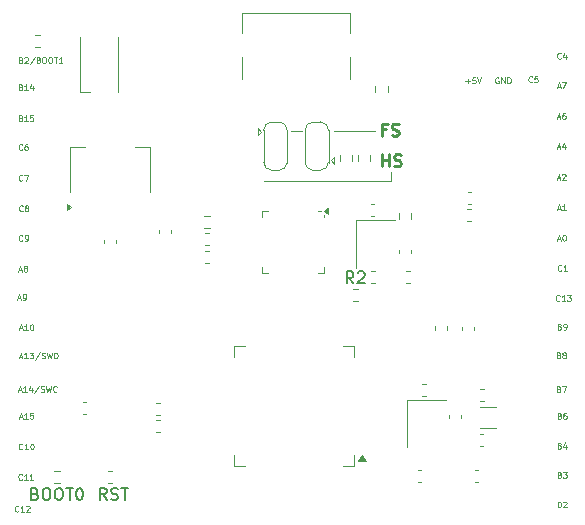
<source format=gbr>
%TF.GenerationSoftware,KiCad,Pcbnew,8.99.0-2608-ga0707285a1*%
%TF.CreationDate,2024-10-09T18:54:20+07:00*%
%TF.ProjectId,dev_Board_8khz,6465765f-426f-4617-9264-5f386b687a2e,rev?*%
%TF.SameCoordinates,Original*%
%TF.FileFunction,Legend,Top*%
%TF.FilePolarity,Positive*%
%FSLAX46Y46*%
G04 Gerber Fmt 4.6, Leading zero omitted, Abs format (unit mm)*
G04 Created by KiCad (PCBNEW 8.99.0-2608-ga0707285a1) date 2024-10-09 18:54:20*
%MOMM*%
%LPD*%
G01*
G04 APERTURE LIST*
%ADD10C,0.100000*%
%ADD11C,0.125000*%
%ADD12C,0.250000*%
%ADD13C,0.150000*%
%ADD14C,0.120000*%
G04 APERTURE END LIST*
D10*
X174800000Y-72450000D02*
X164025000Y-72450000D01*
X167225000Y-68200000D02*
X166300000Y-68200000D01*
X169925000Y-68200000D02*
X173450000Y-68200000D01*
X174800000Y-71700000D02*
X174800000Y-72450000D01*
D11*
X188877474Y-77364452D02*
X189115569Y-77364452D01*
X188829855Y-77507309D02*
X188996521Y-77007309D01*
X188996521Y-77007309D02*
X189163188Y-77507309D01*
X189425092Y-77007309D02*
X189472711Y-77007309D01*
X189472711Y-77007309D02*
X189520330Y-77031119D01*
X189520330Y-77031119D02*
X189544140Y-77054928D01*
X189544140Y-77054928D02*
X189567949Y-77102547D01*
X189567949Y-77102547D02*
X189591759Y-77197785D01*
X189591759Y-77197785D02*
X189591759Y-77316833D01*
X189591759Y-77316833D02*
X189567949Y-77412071D01*
X189567949Y-77412071D02*
X189544140Y-77459690D01*
X189544140Y-77459690D02*
X189520330Y-77483500D01*
X189520330Y-77483500D02*
X189472711Y-77507309D01*
X189472711Y-77507309D02*
X189425092Y-77507309D01*
X189425092Y-77507309D02*
X189377473Y-77483500D01*
X189377473Y-77483500D02*
X189353664Y-77459690D01*
X189353664Y-77459690D02*
X189329854Y-77412071D01*
X189329854Y-77412071D02*
X189306045Y-77316833D01*
X189306045Y-77316833D02*
X189306045Y-77197785D01*
X189306045Y-77197785D02*
X189329854Y-77102547D01*
X189329854Y-77102547D02*
X189353664Y-77054928D01*
X189353664Y-77054928D02*
X189377473Y-77031119D01*
X189377473Y-77031119D02*
X189425092Y-77007309D01*
X188852474Y-72214452D02*
X189090569Y-72214452D01*
X188804855Y-72357309D02*
X188971521Y-71857309D01*
X188971521Y-71857309D02*
X189138188Y-72357309D01*
X189281045Y-71904928D02*
X189304854Y-71881119D01*
X189304854Y-71881119D02*
X189352473Y-71857309D01*
X189352473Y-71857309D02*
X189471521Y-71857309D01*
X189471521Y-71857309D02*
X189519140Y-71881119D01*
X189519140Y-71881119D02*
X189542949Y-71904928D01*
X189542949Y-71904928D02*
X189566759Y-71952547D01*
X189566759Y-71952547D02*
X189566759Y-72000166D01*
X189566759Y-72000166D02*
X189542949Y-72071595D01*
X189542949Y-72071595D02*
X189257235Y-72357309D01*
X189257235Y-72357309D02*
X189566759Y-72357309D01*
X143561997Y-69784690D02*
X143538188Y-69808500D01*
X143538188Y-69808500D02*
X143466759Y-69832309D01*
X143466759Y-69832309D02*
X143419140Y-69832309D01*
X143419140Y-69832309D02*
X143347712Y-69808500D01*
X143347712Y-69808500D02*
X143300093Y-69760880D01*
X143300093Y-69760880D02*
X143276283Y-69713261D01*
X143276283Y-69713261D02*
X143252474Y-69618023D01*
X143252474Y-69618023D02*
X143252474Y-69546595D01*
X143252474Y-69546595D02*
X143276283Y-69451357D01*
X143276283Y-69451357D02*
X143300093Y-69403738D01*
X143300093Y-69403738D02*
X143347712Y-69356119D01*
X143347712Y-69356119D02*
X143419140Y-69332309D01*
X143419140Y-69332309D02*
X143466759Y-69332309D01*
X143466759Y-69332309D02*
X143538188Y-69356119D01*
X143538188Y-69356119D02*
X143561997Y-69379928D01*
X143990569Y-69332309D02*
X143895331Y-69332309D01*
X143895331Y-69332309D02*
X143847712Y-69356119D01*
X143847712Y-69356119D02*
X143823902Y-69379928D01*
X143823902Y-69379928D02*
X143776283Y-69451357D01*
X143776283Y-69451357D02*
X143752474Y-69546595D01*
X143752474Y-69546595D02*
X143752474Y-69737071D01*
X143752474Y-69737071D02*
X143776283Y-69784690D01*
X143776283Y-69784690D02*
X143800093Y-69808500D01*
X143800093Y-69808500D02*
X143847712Y-69832309D01*
X143847712Y-69832309D02*
X143942950Y-69832309D01*
X143942950Y-69832309D02*
X143990569Y-69808500D01*
X143990569Y-69808500D02*
X144014378Y-69784690D01*
X144014378Y-69784690D02*
X144038188Y-69737071D01*
X144038188Y-69737071D02*
X144038188Y-69618023D01*
X144038188Y-69618023D02*
X144014378Y-69570404D01*
X144014378Y-69570404D02*
X143990569Y-69546595D01*
X143990569Y-69546595D02*
X143942950Y-69522785D01*
X143942950Y-69522785D02*
X143847712Y-69522785D01*
X143847712Y-69522785D02*
X143800093Y-69546595D01*
X143800093Y-69546595D02*
X143776283Y-69570404D01*
X143776283Y-69570404D02*
X143752474Y-69618023D01*
D12*
X174385901Y-68090809D02*
X174052568Y-68090809D01*
X174052568Y-68614619D02*
X174052568Y-67614619D01*
X174052568Y-67614619D02*
X174528758Y-67614619D01*
X174862092Y-68567000D02*
X175004949Y-68614619D01*
X175004949Y-68614619D02*
X175243044Y-68614619D01*
X175243044Y-68614619D02*
X175338282Y-68567000D01*
X175338282Y-68567000D02*
X175385901Y-68519380D01*
X175385901Y-68519380D02*
X175433520Y-68424142D01*
X175433520Y-68424142D02*
X175433520Y-68328904D01*
X175433520Y-68328904D02*
X175385901Y-68233666D01*
X175385901Y-68233666D02*
X175338282Y-68186047D01*
X175338282Y-68186047D02*
X175243044Y-68138428D01*
X175243044Y-68138428D02*
X175052568Y-68090809D01*
X175052568Y-68090809D02*
X174957330Y-68043190D01*
X174957330Y-68043190D02*
X174909711Y-67995571D01*
X174909711Y-67995571D02*
X174862092Y-67900333D01*
X174862092Y-67900333D02*
X174862092Y-67805095D01*
X174862092Y-67805095D02*
X174909711Y-67709857D01*
X174909711Y-67709857D02*
X174957330Y-67662238D01*
X174957330Y-67662238D02*
X175052568Y-67614619D01*
X175052568Y-67614619D02*
X175290663Y-67614619D01*
X175290663Y-67614619D02*
X175433520Y-67662238D01*
D11*
X188877474Y-74789452D02*
X189115569Y-74789452D01*
X188829855Y-74932309D02*
X188996521Y-74432309D01*
X188996521Y-74432309D02*
X189163188Y-74932309D01*
X189591759Y-74932309D02*
X189306045Y-74932309D01*
X189448902Y-74932309D02*
X189448902Y-74432309D01*
X189448902Y-74432309D02*
X189401283Y-74503738D01*
X189401283Y-74503738D02*
X189353664Y-74551357D01*
X189353664Y-74551357D02*
X189306045Y-74575166D01*
X143536997Y-97709690D02*
X143513188Y-97733500D01*
X143513188Y-97733500D02*
X143441759Y-97757309D01*
X143441759Y-97757309D02*
X143394140Y-97757309D01*
X143394140Y-97757309D02*
X143322712Y-97733500D01*
X143322712Y-97733500D02*
X143275093Y-97685880D01*
X143275093Y-97685880D02*
X143251283Y-97638261D01*
X143251283Y-97638261D02*
X143227474Y-97543023D01*
X143227474Y-97543023D02*
X143227474Y-97471595D01*
X143227474Y-97471595D02*
X143251283Y-97376357D01*
X143251283Y-97376357D02*
X143275093Y-97328738D01*
X143275093Y-97328738D02*
X143322712Y-97281119D01*
X143322712Y-97281119D02*
X143394140Y-97257309D01*
X143394140Y-97257309D02*
X143441759Y-97257309D01*
X143441759Y-97257309D02*
X143513188Y-97281119D01*
X143513188Y-97281119D02*
X143536997Y-97304928D01*
X144013188Y-97757309D02*
X143727474Y-97757309D01*
X143870331Y-97757309D02*
X143870331Y-97257309D01*
X143870331Y-97257309D02*
X143822712Y-97328738D01*
X143822712Y-97328738D02*
X143775093Y-97376357D01*
X143775093Y-97376357D02*
X143727474Y-97400166D01*
X144489378Y-97757309D02*
X144203664Y-97757309D01*
X144346521Y-97757309D02*
X144346521Y-97257309D01*
X144346521Y-97257309D02*
X144298902Y-97328738D01*
X144298902Y-97328738D02*
X144251283Y-97376357D01*
X144251283Y-97376357D02*
X144203664Y-97400166D01*
X186736997Y-64034690D02*
X186713188Y-64058500D01*
X186713188Y-64058500D02*
X186641759Y-64082309D01*
X186641759Y-64082309D02*
X186594140Y-64082309D01*
X186594140Y-64082309D02*
X186522712Y-64058500D01*
X186522712Y-64058500D02*
X186475093Y-64010880D01*
X186475093Y-64010880D02*
X186451283Y-63963261D01*
X186451283Y-63963261D02*
X186427474Y-63868023D01*
X186427474Y-63868023D02*
X186427474Y-63796595D01*
X186427474Y-63796595D02*
X186451283Y-63701357D01*
X186451283Y-63701357D02*
X186475093Y-63653738D01*
X186475093Y-63653738D02*
X186522712Y-63606119D01*
X186522712Y-63606119D02*
X186594140Y-63582309D01*
X186594140Y-63582309D02*
X186641759Y-63582309D01*
X186641759Y-63582309D02*
X186713188Y-63606119D01*
X186713188Y-63606119D02*
X186736997Y-63629928D01*
X187189378Y-63582309D02*
X186951283Y-63582309D01*
X186951283Y-63582309D02*
X186927474Y-63820404D01*
X186927474Y-63820404D02*
X186951283Y-63796595D01*
X186951283Y-63796595D02*
X186998902Y-63772785D01*
X186998902Y-63772785D02*
X187117950Y-63772785D01*
X187117950Y-63772785D02*
X187165569Y-63796595D01*
X187165569Y-63796595D02*
X187189378Y-63820404D01*
X187189378Y-63820404D02*
X187213188Y-63868023D01*
X187213188Y-63868023D02*
X187213188Y-63987071D01*
X187213188Y-63987071D02*
X187189378Y-64034690D01*
X187189378Y-64034690D02*
X187165569Y-64058500D01*
X187165569Y-64058500D02*
X187117950Y-64082309D01*
X187117950Y-64082309D02*
X186998902Y-64082309D01*
X186998902Y-64082309D02*
X186951283Y-64058500D01*
X186951283Y-64058500D02*
X186927474Y-64034690D01*
X189057950Y-92335404D02*
X189129378Y-92359214D01*
X189129378Y-92359214D02*
X189153188Y-92383023D01*
X189153188Y-92383023D02*
X189176997Y-92430642D01*
X189176997Y-92430642D02*
X189176997Y-92502071D01*
X189176997Y-92502071D02*
X189153188Y-92549690D01*
X189153188Y-92549690D02*
X189129378Y-92573500D01*
X189129378Y-92573500D02*
X189081759Y-92597309D01*
X189081759Y-92597309D02*
X188891283Y-92597309D01*
X188891283Y-92597309D02*
X188891283Y-92097309D01*
X188891283Y-92097309D02*
X189057950Y-92097309D01*
X189057950Y-92097309D02*
X189105569Y-92121119D01*
X189105569Y-92121119D02*
X189129378Y-92144928D01*
X189129378Y-92144928D02*
X189153188Y-92192547D01*
X189153188Y-92192547D02*
X189153188Y-92240166D01*
X189153188Y-92240166D02*
X189129378Y-92287785D01*
X189129378Y-92287785D02*
X189105569Y-92311595D01*
X189105569Y-92311595D02*
X189057950Y-92335404D01*
X189057950Y-92335404D02*
X188891283Y-92335404D01*
X189605569Y-92097309D02*
X189510331Y-92097309D01*
X189510331Y-92097309D02*
X189462712Y-92121119D01*
X189462712Y-92121119D02*
X189438902Y-92144928D01*
X189438902Y-92144928D02*
X189391283Y-92216357D01*
X189391283Y-92216357D02*
X189367474Y-92311595D01*
X189367474Y-92311595D02*
X189367474Y-92502071D01*
X189367474Y-92502071D02*
X189391283Y-92549690D01*
X189391283Y-92549690D02*
X189415093Y-92573500D01*
X189415093Y-92573500D02*
X189462712Y-92597309D01*
X189462712Y-92597309D02*
X189557950Y-92597309D01*
X189557950Y-92597309D02*
X189605569Y-92573500D01*
X189605569Y-92573500D02*
X189629378Y-92549690D01*
X189629378Y-92549690D02*
X189653188Y-92502071D01*
X189653188Y-92502071D02*
X189653188Y-92383023D01*
X189653188Y-92383023D02*
X189629378Y-92335404D01*
X189629378Y-92335404D02*
X189605569Y-92311595D01*
X189605569Y-92311595D02*
X189557950Y-92287785D01*
X189557950Y-92287785D02*
X189462712Y-92287785D01*
X189462712Y-92287785D02*
X189415093Y-92311595D01*
X189415093Y-92311595D02*
X189391283Y-92335404D01*
X189391283Y-92335404D02*
X189367474Y-92383023D01*
X143277474Y-79989452D02*
X143515569Y-79989452D01*
X143229855Y-80132309D02*
X143396521Y-79632309D01*
X143396521Y-79632309D02*
X143563188Y-80132309D01*
X143801283Y-79846595D02*
X143753664Y-79822785D01*
X143753664Y-79822785D02*
X143729854Y-79798976D01*
X143729854Y-79798976D02*
X143706045Y-79751357D01*
X143706045Y-79751357D02*
X143706045Y-79727547D01*
X143706045Y-79727547D02*
X143729854Y-79679928D01*
X143729854Y-79679928D02*
X143753664Y-79656119D01*
X143753664Y-79656119D02*
X143801283Y-79632309D01*
X143801283Y-79632309D02*
X143896521Y-79632309D01*
X143896521Y-79632309D02*
X143944140Y-79656119D01*
X143944140Y-79656119D02*
X143967949Y-79679928D01*
X143967949Y-79679928D02*
X143991759Y-79727547D01*
X143991759Y-79727547D02*
X143991759Y-79751357D01*
X143991759Y-79751357D02*
X143967949Y-79798976D01*
X143967949Y-79798976D02*
X143944140Y-79822785D01*
X143944140Y-79822785D02*
X143896521Y-79846595D01*
X143896521Y-79846595D02*
X143801283Y-79846595D01*
X143801283Y-79846595D02*
X143753664Y-79870404D01*
X143753664Y-79870404D02*
X143729854Y-79894214D01*
X143729854Y-79894214D02*
X143706045Y-79941833D01*
X143706045Y-79941833D02*
X143706045Y-80037071D01*
X143706045Y-80037071D02*
X143729854Y-80084690D01*
X143729854Y-80084690D02*
X143753664Y-80108500D01*
X143753664Y-80108500D02*
X143801283Y-80132309D01*
X143801283Y-80132309D02*
X143896521Y-80132309D01*
X143896521Y-80132309D02*
X143944140Y-80108500D01*
X143944140Y-80108500D02*
X143967949Y-80084690D01*
X143967949Y-80084690D02*
X143991759Y-80037071D01*
X143991759Y-80037071D02*
X143991759Y-79941833D01*
X143991759Y-79941833D02*
X143967949Y-79894214D01*
X143967949Y-79894214D02*
X143944140Y-79870404D01*
X143944140Y-79870404D02*
X143896521Y-79846595D01*
D12*
X174052568Y-71189619D02*
X174052568Y-70189619D01*
X174052568Y-70665809D02*
X174623996Y-70665809D01*
X174623996Y-71189619D02*
X174623996Y-70189619D01*
X175052568Y-71142000D02*
X175195425Y-71189619D01*
X175195425Y-71189619D02*
X175433520Y-71189619D01*
X175433520Y-71189619D02*
X175528758Y-71142000D01*
X175528758Y-71142000D02*
X175576377Y-71094380D01*
X175576377Y-71094380D02*
X175623996Y-70999142D01*
X175623996Y-70999142D02*
X175623996Y-70903904D01*
X175623996Y-70903904D02*
X175576377Y-70808666D01*
X175576377Y-70808666D02*
X175528758Y-70761047D01*
X175528758Y-70761047D02*
X175433520Y-70713428D01*
X175433520Y-70713428D02*
X175243044Y-70665809D01*
X175243044Y-70665809D02*
X175147806Y-70618190D01*
X175147806Y-70618190D02*
X175100187Y-70570571D01*
X175100187Y-70570571D02*
X175052568Y-70475333D01*
X175052568Y-70475333D02*
X175052568Y-70380095D01*
X175052568Y-70380095D02*
X175100187Y-70284857D01*
X175100187Y-70284857D02*
X175147806Y-70237238D01*
X175147806Y-70237238D02*
X175243044Y-70189619D01*
X175243044Y-70189619D02*
X175481139Y-70189619D01*
X175481139Y-70189619D02*
X175623996Y-70237238D01*
D11*
X188867474Y-64469452D02*
X189105569Y-64469452D01*
X188819855Y-64612309D02*
X188986521Y-64112309D01*
X188986521Y-64112309D02*
X189153188Y-64612309D01*
X189272235Y-64112309D02*
X189605568Y-64112309D01*
X189605568Y-64112309D02*
X189391283Y-64612309D01*
X188901283Y-100097309D02*
X188901283Y-99597309D01*
X188901283Y-99597309D02*
X189020331Y-99597309D01*
X189020331Y-99597309D02*
X189091759Y-99621119D01*
X189091759Y-99621119D02*
X189139378Y-99668738D01*
X189139378Y-99668738D02*
X189163188Y-99716357D01*
X189163188Y-99716357D02*
X189186997Y-99811595D01*
X189186997Y-99811595D02*
X189186997Y-99883023D01*
X189186997Y-99883023D02*
X189163188Y-99978261D01*
X189163188Y-99978261D02*
X189139378Y-100025880D01*
X189139378Y-100025880D02*
X189091759Y-100073500D01*
X189091759Y-100073500D02*
X189020331Y-100097309D01*
X189020331Y-100097309D02*
X188901283Y-100097309D01*
X189377474Y-99644928D02*
X189401283Y-99621119D01*
X189401283Y-99621119D02*
X189448902Y-99597309D01*
X189448902Y-99597309D02*
X189567950Y-99597309D01*
X189567950Y-99597309D02*
X189615569Y-99621119D01*
X189615569Y-99621119D02*
X189639378Y-99644928D01*
X189639378Y-99644928D02*
X189663188Y-99692547D01*
X189663188Y-99692547D02*
X189663188Y-99740166D01*
X189663188Y-99740166D02*
X189639378Y-99811595D01*
X189639378Y-99811595D02*
X189353664Y-100097309D01*
X189353664Y-100097309D02*
X189663188Y-100097309D01*
X188992950Y-90070404D02*
X189064378Y-90094214D01*
X189064378Y-90094214D02*
X189088188Y-90118023D01*
X189088188Y-90118023D02*
X189111997Y-90165642D01*
X189111997Y-90165642D02*
X189111997Y-90237071D01*
X189111997Y-90237071D02*
X189088188Y-90284690D01*
X189088188Y-90284690D02*
X189064378Y-90308500D01*
X189064378Y-90308500D02*
X189016759Y-90332309D01*
X189016759Y-90332309D02*
X188826283Y-90332309D01*
X188826283Y-90332309D02*
X188826283Y-89832309D01*
X188826283Y-89832309D02*
X188992950Y-89832309D01*
X188992950Y-89832309D02*
X189040569Y-89856119D01*
X189040569Y-89856119D02*
X189064378Y-89879928D01*
X189064378Y-89879928D02*
X189088188Y-89927547D01*
X189088188Y-89927547D02*
X189088188Y-89975166D01*
X189088188Y-89975166D02*
X189064378Y-90022785D01*
X189064378Y-90022785D02*
X189040569Y-90046595D01*
X189040569Y-90046595D02*
X188992950Y-90070404D01*
X188992950Y-90070404D02*
X188826283Y-90070404D01*
X189278664Y-89832309D02*
X189611997Y-89832309D01*
X189611997Y-89832309D02*
X189397712Y-90332309D01*
X188992950Y-87195404D02*
X189064378Y-87219214D01*
X189064378Y-87219214D02*
X189088188Y-87243023D01*
X189088188Y-87243023D02*
X189111997Y-87290642D01*
X189111997Y-87290642D02*
X189111997Y-87362071D01*
X189111997Y-87362071D02*
X189088188Y-87409690D01*
X189088188Y-87409690D02*
X189064378Y-87433500D01*
X189064378Y-87433500D02*
X189016759Y-87457309D01*
X189016759Y-87457309D02*
X188826283Y-87457309D01*
X188826283Y-87457309D02*
X188826283Y-86957309D01*
X188826283Y-86957309D02*
X188992950Y-86957309D01*
X188992950Y-86957309D02*
X189040569Y-86981119D01*
X189040569Y-86981119D02*
X189064378Y-87004928D01*
X189064378Y-87004928D02*
X189088188Y-87052547D01*
X189088188Y-87052547D02*
X189088188Y-87100166D01*
X189088188Y-87100166D02*
X189064378Y-87147785D01*
X189064378Y-87147785D02*
X189040569Y-87171595D01*
X189040569Y-87171595D02*
X188992950Y-87195404D01*
X188992950Y-87195404D02*
X188826283Y-87195404D01*
X189397712Y-87171595D02*
X189350093Y-87147785D01*
X189350093Y-87147785D02*
X189326283Y-87123976D01*
X189326283Y-87123976D02*
X189302474Y-87076357D01*
X189302474Y-87076357D02*
X189302474Y-87052547D01*
X189302474Y-87052547D02*
X189326283Y-87004928D01*
X189326283Y-87004928D02*
X189350093Y-86981119D01*
X189350093Y-86981119D02*
X189397712Y-86957309D01*
X189397712Y-86957309D02*
X189492950Y-86957309D01*
X189492950Y-86957309D02*
X189540569Y-86981119D01*
X189540569Y-86981119D02*
X189564378Y-87004928D01*
X189564378Y-87004928D02*
X189588188Y-87052547D01*
X189588188Y-87052547D02*
X189588188Y-87076357D01*
X189588188Y-87076357D02*
X189564378Y-87123976D01*
X189564378Y-87123976D02*
X189540569Y-87147785D01*
X189540569Y-87147785D02*
X189492950Y-87171595D01*
X189492950Y-87171595D02*
X189397712Y-87171595D01*
X189397712Y-87171595D02*
X189350093Y-87195404D01*
X189350093Y-87195404D02*
X189326283Y-87219214D01*
X189326283Y-87219214D02*
X189302474Y-87266833D01*
X189302474Y-87266833D02*
X189302474Y-87362071D01*
X189302474Y-87362071D02*
X189326283Y-87409690D01*
X189326283Y-87409690D02*
X189350093Y-87433500D01*
X189350093Y-87433500D02*
X189397712Y-87457309D01*
X189397712Y-87457309D02*
X189492950Y-87457309D01*
X189492950Y-87457309D02*
X189540569Y-87433500D01*
X189540569Y-87433500D02*
X189564378Y-87409690D01*
X189564378Y-87409690D02*
X189588188Y-87362071D01*
X189588188Y-87362071D02*
X189588188Y-87266833D01*
X189588188Y-87266833D02*
X189564378Y-87219214D01*
X189564378Y-87219214D02*
X189540569Y-87195404D01*
X189540569Y-87195404D02*
X189492950Y-87171595D01*
X143586997Y-77484690D02*
X143563188Y-77508500D01*
X143563188Y-77508500D02*
X143491759Y-77532309D01*
X143491759Y-77532309D02*
X143444140Y-77532309D01*
X143444140Y-77532309D02*
X143372712Y-77508500D01*
X143372712Y-77508500D02*
X143325093Y-77460880D01*
X143325093Y-77460880D02*
X143301283Y-77413261D01*
X143301283Y-77413261D02*
X143277474Y-77318023D01*
X143277474Y-77318023D02*
X143277474Y-77246595D01*
X143277474Y-77246595D02*
X143301283Y-77151357D01*
X143301283Y-77151357D02*
X143325093Y-77103738D01*
X143325093Y-77103738D02*
X143372712Y-77056119D01*
X143372712Y-77056119D02*
X143444140Y-77032309D01*
X143444140Y-77032309D02*
X143491759Y-77032309D01*
X143491759Y-77032309D02*
X143563188Y-77056119D01*
X143563188Y-77056119D02*
X143586997Y-77079928D01*
X143825093Y-77532309D02*
X143920331Y-77532309D01*
X143920331Y-77532309D02*
X143967950Y-77508500D01*
X143967950Y-77508500D02*
X143991759Y-77484690D01*
X143991759Y-77484690D02*
X144039378Y-77413261D01*
X144039378Y-77413261D02*
X144063188Y-77318023D01*
X144063188Y-77318023D02*
X144063188Y-77127547D01*
X144063188Y-77127547D02*
X144039378Y-77079928D01*
X144039378Y-77079928D02*
X144015569Y-77056119D01*
X144015569Y-77056119D02*
X143967950Y-77032309D01*
X143967950Y-77032309D02*
X143872712Y-77032309D01*
X143872712Y-77032309D02*
X143825093Y-77056119D01*
X143825093Y-77056119D02*
X143801283Y-77079928D01*
X143801283Y-77079928D02*
X143777474Y-77127547D01*
X143777474Y-77127547D02*
X143777474Y-77246595D01*
X143777474Y-77246595D02*
X143801283Y-77294214D01*
X143801283Y-77294214D02*
X143825093Y-77318023D01*
X143825093Y-77318023D02*
X143872712Y-77341833D01*
X143872712Y-77341833D02*
X143967950Y-77341833D01*
X143967950Y-77341833D02*
X144015569Y-77318023D01*
X144015569Y-77318023D02*
X144039378Y-77294214D01*
X144039378Y-77294214D02*
X144063188Y-77246595D01*
X143327474Y-92439452D02*
X143565569Y-92439452D01*
X143279855Y-92582309D02*
X143446521Y-92082309D01*
X143446521Y-92082309D02*
X143613188Y-92582309D01*
X144041759Y-92582309D02*
X143756045Y-92582309D01*
X143898902Y-92582309D02*
X143898902Y-92082309D01*
X143898902Y-92082309D02*
X143851283Y-92153738D01*
X143851283Y-92153738D02*
X143803664Y-92201357D01*
X143803664Y-92201357D02*
X143756045Y-92225166D01*
X144494139Y-92082309D02*
X144256044Y-92082309D01*
X144256044Y-92082309D02*
X144232235Y-92320404D01*
X144232235Y-92320404D02*
X144256044Y-92296595D01*
X144256044Y-92296595D02*
X144303663Y-92272785D01*
X144303663Y-92272785D02*
X144422711Y-92272785D01*
X144422711Y-92272785D02*
X144470330Y-92296595D01*
X144470330Y-92296595D02*
X144494139Y-92320404D01*
X144494139Y-92320404D02*
X144517949Y-92368023D01*
X144517949Y-92368023D02*
X144517949Y-92487071D01*
X144517949Y-92487071D02*
X144494139Y-92534690D01*
X144494139Y-92534690D02*
X144470330Y-92558500D01*
X144470330Y-92558500D02*
X144422711Y-92582309D01*
X144422711Y-92582309D02*
X144303663Y-92582309D01*
X144303663Y-92582309D02*
X144256044Y-92558500D01*
X144256044Y-92558500D02*
X144232235Y-92534690D01*
X143302474Y-87339452D02*
X143540569Y-87339452D01*
X143254855Y-87482309D02*
X143421521Y-86982309D01*
X143421521Y-86982309D02*
X143588188Y-87482309D01*
X144016759Y-87482309D02*
X143731045Y-87482309D01*
X143873902Y-87482309D02*
X143873902Y-86982309D01*
X143873902Y-86982309D02*
X143826283Y-87053738D01*
X143826283Y-87053738D02*
X143778664Y-87101357D01*
X143778664Y-87101357D02*
X143731045Y-87125166D01*
X144183425Y-86982309D02*
X144492949Y-86982309D01*
X144492949Y-86982309D02*
X144326282Y-87172785D01*
X144326282Y-87172785D02*
X144397711Y-87172785D01*
X144397711Y-87172785D02*
X144445330Y-87196595D01*
X144445330Y-87196595D02*
X144469139Y-87220404D01*
X144469139Y-87220404D02*
X144492949Y-87268023D01*
X144492949Y-87268023D02*
X144492949Y-87387071D01*
X144492949Y-87387071D02*
X144469139Y-87434690D01*
X144469139Y-87434690D02*
X144445330Y-87458500D01*
X144445330Y-87458500D02*
X144397711Y-87482309D01*
X144397711Y-87482309D02*
X144254854Y-87482309D01*
X144254854Y-87482309D02*
X144207235Y-87458500D01*
X144207235Y-87458500D02*
X144183425Y-87434690D01*
X145064377Y-86958500D02*
X144635806Y-87601357D01*
X145207235Y-87458500D02*
X145278663Y-87482309D01*
X145278663Y-87482309D02*
X145397711Y-87482309D01*
X145397711Y-87482309D02*
X145445330Y-87458500D01*
X145445330Y-87458500D02*
X145469139Y-87434690D01*
X145469139Y-87434690D02*
X145492949Y-87387071D01*
X145492949Y-87387071D02*
X145492949Y-87339452D01*
X145492949Y-87339452D02*
X145469139Y-87291833D01*
X145469139Y-87291833D02*
X145445330Y-87268023D01*
X145445330Y-87268023D02*
X145397711Y-87244214D01*
X145397711Y-87244214D02*
X145302473Y-87220404D01*
X145302473Y-87220404D02*
X145254854Y-87196595D01*
X145254854Y-87196595D02*
X145231044Y-87172785D01*
X145231044Y-87172785D02*
X145207235Y-87125166D01*
X145207235Y-87125166D02*
X145207235Y-87077547D01*
X145207235Y-87077547D02*
X145231044Y-87029928D01*
X145231044Y-87029928D02*
X145254854Y-87006119D01*
X145254854Y-87006119D02*
X145302473Y-86982309D01*
X145302473Y-86982309D02*
X145421520Y-86982309D01*
X145421520Y-86982309D02*
X145492949Y-87006119D01*
X145659615Y-86982309D02*
X145778663Y-87482309D01*
X145778663Y-87482309D02*
X145873901Y-87125166D01*
X145873901Y-87125166D02*
X145969139Y-87482309D01*
X145969139Y-87482309D02*
X146088187Y-86982309D01*
X146278663Y-87482309D02*
X146278663Y-86982309D01*
X146278663Y-86982309D02*
X146397711Y-86982309D01*
X146397711Y-86982309D02*
X146469139Y-87006119D01*
X146469139Y-87006119D02*
X146516758Y-87053738D01*
X146516758Y-87053738D02*
X146540568Y-87101357D01*
X146540568Y-87101357D02*
X146564377Y-87196595D01*
X146564377Y-87196595D02*
X146564377Y-87268023D01*
X146564377Y-87268023D02*
X146540568Y-87363261D01*
X146540568Y-87363261D02*
X146516758Y-87410880D01*
X146516758Y-87410880D02*
X146469139Y-87458500D01*
X146469139Y-87458500D02*
X146397711Y-87482309D01*
X146397711Y-87482309D02*
X146278663Y-87482309D01*
X189067950Y-84770404D02*
X189139378Y-84794214D01*
X189139378Y-84794214D02*
X189163188Y-84818023D01*
X189163188Y-84818023D02*
X189186997Y-84865642D01*
X189186997Y-84865642D02*
X189186997Y-84937071D01*
X189186997Y-84937071D02*
X189163188Y-84984690D01*
X189163188Y-84984690D02*
X189139378Y-85008500D01*
X189139378Y-85008500D02*
X189091759Y-85032309D01*
X189091759Y-85032309D02*
X188901283Y-85032309D01*
X188901283Y-85032309D02*
X188901283Y-84532309D01*
X188901283Y-84532309D02*
X189067950Y-84532309D01*
X189067950Y-84532309D02*
X189115569Y-84556119D01*
X189115569Y-84556119D02*
X189139378Y-84579928D01*
X189139378Y-84579928D02*
X189163188Y-84627547D01*
X189163188Y-84627547D02*
X189163188Y-84675166D01*
X189163188Y-84675166D02*
X189139378Y-84722785D01*
X189139378Y-84722785D02*
X189115569Y-84746595D01*
X189115569Y-84746595D02*
X189067950Y-84770404D01*
X189067950Y-84770404D02*
X188901283Y-84770404D01*
X189425093Y-85032309D02*
X189520331Y-85032309D01*
X189520331Y-85032309D02*
X189567950Y-85008500D01*
X189567950Y-85008500D02*
X189591759Y-84984690D01*
X189591759Y-84984690D02*
X189639378Y-84913261D01*
X189639378Y-84913261D02*
X189663188Y-84818023D01*
X189663188Y-84818023D02*
X189663188Y-84627547D01*
X189663188Y-84627547D02*
X189639378Y-84579928D01*
X189639378Y-84579928D02*
X189615569Y-84556119D01*
X189615569Y-84556119D02*
X189567950Y-84532309D01*
X189567950Y-84532309D02*
X189472712Y-84532309D01*
X189472712Y-84532309D02*
X189425093Y-84556119D01*
X189425093Y-84556119D02*
X189401283Y-84579928D01*
X189401283Y-84579928D02*
X189377474Y-84627547D01*
X189377474Y-84627547D02*
X189377474Y-84746595D01*
X189377474Y-84746595D02*
X189401283Y-84794214D01*
X189401283Y-84794214D02*
X189425093Y-84818023D01*
X189425093Y-84818023D02*
X189472712Y-84841833D01*
X189472712Y-84841833D02*
X189567950Y-84841833D01*
X189567950Y-84841833D02*
X189615569Y-84818023D01*
X189615569Y-84818023D02*
X189639378Y-84794214D01*
X189639378Y-84794214D02*
X189663188Y-84746595D01*
X143327474Y-84939452D02*
X143565569Y-84939452D01*
X143279855Y-85082309D02*
X143446521Y-84582309D01*
X143446521Y-84582309D02*
X143613188Y-85082309D01*
X144041759Y-85082309D02*
X143756045Y-85082309D01*
X143898902Y-85082309D02*
X143898902Y-84582309D01*
X143898902Y-84582309D02*
X143851283Y-84653738D01*
X143851283Y-84653738D02*
X143803664Y-84701357D01*
X143803664Y-84701357D02*
X143756045Y-84725166D01*
X144351282Y-84582309D02*
X144398901Y-84582309D01*
X144398901Y-84582309D02*
X144446520Y-84606119D01*
X144446520Y-84606119D02*
X144470330Y-84629928D01*
X144470330Y-84629928D02*
X144494139Y-84677547D01*
X144494139Y-84677547D02*
X144517949Y-84772785D01*
X144517949Y-84772785D02*
X144517949Y-84891833D01*
X144517949Y-84891833D02*
X144494139Y-84987071D01*
X144494139Y-84987071D02*
X144470330Y-85034690D01*
X144470330Y-85034690D02*
X144446520Y-85058500D01*
X144446520Y-85058500D02*
X144398901Y-85082309D01*
X144398901Y-85082309D02*
X144351282Y-85082309D01*
X144351282Y-85082309D02*
X144303663Y-85058500D01*
X144303663Y-85058500D02*
X144279854Y-85034690D01*
X144279854Y-85034690D02*
X144256044Y-84987071D01*
X144256044Y-84987071D02*
X144232235Y-84891833D01*
X144232235Y-84891833D02*
X144232235Y-84772785D01*
X144232235Y-84772785D02*
X144256044Y-84677547D01*
X144256044Y-84677547D02*
X144279854Y-84629928D01*
X144279854Y-84629928D02*
X144303663Y-84606119D01*
X144303663Y-84606119D02*
X144351282Y-84582309D01*
X189211997Y-80009690D02*
X189188188Y-80033500D01*
X189188188Y-80033500D02*
X189116759Y-80057309D01*
X189116759Y-80057309D02*
X189069140Y-80057309D01*
X189069140Y-80057309D02*
X188997712Y-80033500D01*
X188997712Y-80033500D02*
X188950093Y-79985880D01*
X188950093Y-79985880D02*
X188926283Y-79938261D01*
X188926283Y-79938261D02*
X188902474Y-79843023D01*
X188902474Y-79843023D02*
X188902474Y-79771595D01*
X188902474Y-79771595D02*
X188926283Y-79676357D01*
X188926283Y-79676357D02*
X188950093Y-79628738D01*
X188950093Y-79628738D02*
X188997712Y-79581119D01*
X188997712Y-79581119D02*
X189069140Y-79557309D01*
X189069140Y-79557309D02*
X189116759Y-79557309D01*
X189116759Y-79557309D02*
X189188188Y-79581119D01*
X189188188Y-79581119D02*
X189211997Y-79604928D01*
X189688188Y-80057309D02*
X189402474Y-80057309D01*
X189545331Y-80057309D02*
X189545331Y-79557309D01*
X189545331Y-79557309D02*
X189497712Y-79628738D01*
X189497712Y-79628738D02*
X189450093Y-79676357D01*
X189450093Y-79676357D02*
X189402474Y-79700166D01*
X143236997Y-100409690D02*
X143213188Y-100433500D01*
X143213188Y-100433500D02*
X143141759Y-100457309D01*
X143141759Y-100457309D02*
X143094140Y-100457309D01*
X143094140Y-100457309D02*
X143022712Y-100433500D01*
X143022712Y-100433500D02*
X142975093Y-100385880D01*
X142975093Y-100385880D02*
X142951283Y-100338261D01*
X142951283Y-100338261D02*
X142927474Y-100243023D01*
X142927474Y-100243023D02*
X142927474Y-100171595D01*
X142927474Y-100171595D02*
X142951283Y-100076357D01*
X142951283Y-100076357D02*
X142975093Y-100028738D01*
X142975093Y-100028738D02*
X143022712Y-99981119D01*
X143022712Y-99981119D02*
X143094140Y-99957309D01*
X143094140Y-99957309D02*
X143141759Y-99957309D01*
X143141759Y-99957309D02*
X143213188Y-99981119D01*
X143213188Y-99981119D02*
X143236997Y-100004928D01*
X143713188Y-100457309D02*
X143427474Y-100457309D01*
X143570331Y-100457309D02*
X143570331Y-99957309D01*
X143570331Y-99957309D02*
X143522712Y-100028738D01*
X143522712Y-100028738D02*
X143475093Y-100076357D01*
X143475093Y-100076357D02*
X143427474Y-100100166D01*
X143903664Y-100004928D02*
X143927473Y-99981119D01*
X143927473Y-99981119D02*
X143975092Y-99957309D01*
X143975092Y-99957309D02*
X144094140Y-99957309D01*
X144094140Y-99957309D02*
X144141759Y-99981119D01*
X144141759Y-99981119D02*
X144165568Y-100004928D01*
X144165568Y-100004928D02*
X144189378Y-100052547D01*
X144189378Y-100052547D02*
X144189378Y-100100166D01*
X144189378Y-100100166D02*
X144165568Y-100171595D01*
X144165568Y-100171595D02*
X143879854Y-100457309D01*
X143879854Y-100457309D02*
X144189378Y-100457309D01*
X143177474Y-82389452D02*
X143415569Y-82389452D01*
X143129855Y-82532309D02*
X143296521Y-82032309D01*
X143296521Y-82032309D02*
X143463188Y-82532309D01*
X143653664Y-82532309D02*
X143748902Y-82532309D01*
X143748902Y-82532309D02*
X143796521Y-82508500D01*
X143796521Y-82508500D02*
X143820330Y-82484690D01*
X143820330Y-82484690D02*
X143867949Y-82413261D01*
X143867949Y-82413261D02*
X143891759Y-82318023D01*
X143891759Y-82318023D02*
X143891759Y-82127547D01*
X143891759Y-82127547D02*
X143867949Y-82079928D01*
X143867949Y-82079928D02*
X143844140Y-82056119D01*
X143844140Y-82056119D02*
X143796521Y-82032309D01*
X143796521Y-82032309D02*
X143701283Y-82032309D01*
X143701283Y-82032309D02*
X143653664Y-82056119D01*
X143653664Y-82056119D02*
X143629854Y-82079928D01*
X143629854Y-82079928D02*
X143606045Y-82127547D01*
X143606045Y-82127547D02*
X143606045Y-82246595D01*
X143606045Y-82246595D02*
X143629854Y-82294214D01*
X143629854Y-82294214D02*
X143653664Y-82318023D01*
X143653664Y-82318023D02*
X143701283Y-82341833D01*
X143701283Y-82341833D02*
X143796521Y-82341833D01*
X143796521Y-82341833D02*
X143844140Y-82318023D01*
X143844140Y-82318023D02*
X143867949Y-82294214D01*
X143867949Y-82294214D02*
X143891759Y-82246595D01*
X188852474Y-67064452D02*
X189090569Y-67064452D01*
X188804855Y-67207309D02*
X188971521Y-66707309D01*
X188971521Y-66707309D02*
X189138188Y-67207309D01*
X189519140Y-66707309D02*
X189423902Y-66707309D01*
X189423902Y-66707309D02*
X189376283Y-66731119D01*
X189376283Y-66731119D02*
X189352473Y-66754928D01*
X189352473Y-66754928D02*
X189304854Y-66826357D01*
X189304854Y-66826357D02*
X189281045Y-66921595D01*
X189281045Y-66921595D02*
X189281045Y-67112071D01*
X189281045Y-67112071D02*
X189304854Y-67159690D01*
X189304854Y-67159690D02*
X189328664Y-67183500D01*
X189328664Y-67183500D02*
X189376283Y-67207309D01*
X189376283Y-67207309D02*
X189471521Y-67207309D01*
X189471521Y-67207309D02*
X189519140Y-67183500D01*
X189519140Y-67183500D02*
X189542949Y-67159690D01*
X189542949Y-67159690D02*
X189566759Y-67112071D01*
X189566759Y-67112071D02*
X189566759Y-66993023D01*
X189566759Y-66993023D02*
X189542949Y-66945404D01*
X189542949Y-66945404D02*
X189519140Y-66921595D01*
X189519140Y-66921595D02*
X189471521Y-66897785D01*
X189471521Y-66897785D02*
X189376283Y-66897785D01*
X189376283Y-66897785D02*
X189328664Y-66921595D01*
X189328664Y-66921595D02*
X189304854Y-66945404D01*
X189304854Y-66945404D02*
X189281045Y-66993023D01*
X143442950Y-67120404D02*
X143514378Y-67144214D01*
X143514378Y-67144214D02*
X143538188Y-67168023D01*
X143538188Y-67168023D02*
X143561997Y-67215642D01*
X143561997Y-67215642D02*
X143561997Y-67287071D01*
X143561997Y-67287071D02*
X143538188Y-67334690D01*
X143538188Y-67334690D02*
X143514378Y-67358500D01*
X143514378Y-67358500D02*
X143466759Y-67382309D01*
X143466759Y-67382309D02*
X143276283Y-67382309D01*
X143276283Y-67382309D02*
X143276283Y-66882309D01*
X143276283Y-66882309D02*
X143442950Y-66882309D01*
X143442950Y-66882309D02*
X143490569Y-66906119D01*
X143490569Y-66906119D02*
X143514378Y-66929928D01*
X143514378Y-66929928D02*
X143538188Y-66977547D01*
X143538188Y-66977547D02*
X143538188Y-67025166D01*
X143538188Y-67025166D02*
X143514378Y-67072785D01*
X143514378Y-67072785D02*
X143490569Y-67096595D01*
X143490569Y-67096595D02*
X143442950Y-67120404D01*
X143442950Y-67120404D02*
X143276283Y-67120404D01*
X144038188Y-67382309D02*
X143752474Y-67382309D01*
X143895331Y-67382309D02*
X143895331Y-66882309D01*
X143895331Y-66882309D02*
X143847712Y-66953738D01*
X143847712Y-66953738D02*
X143800093Y-67001357D01*
X143800093Y-67001357D02*
X143752474Y-67025166D01*
X144490568Y-66882309D02*
X144252473Y-66882309D01*
X144252473Y-66882309D02*
X144228664Y-67120404D01*
X144228664Y-67120404D02*
X144252473Y-67096595D01*
X144252473Y-67096595D02*
X144300092Y-67072785D01*
X144300092Y-67072785D02*
X144419140Y-67072785D01*
X144419140Y-67072785D02*
X144466759Y-67096595D01*
X144466759Y-67096595D02*
X144490568Y-67120404D01*
X144490568Y-67120404D02*
X144514378Y-67168023D01*
X144514378Y-67168023D02*
X144514378Y-67287071D01*
X144514378Y-67287071D02*
X144490568Y-67334690D01*
X144490568Y-67334690D02*
X144466759Y-67358500D01*
X144466759Y-67358500D02*
X144419140Y-67382309D01*
X144419140Y-67382309D02*
X144300092Y-67382309D01*
X144300092Y-67382309D02*
X144252473Y-67358500D01*
X144252473Y-67358500D02*
X144228664Y-67334690D01*
X143611997Y-74959690D02*
X143588188Y-74983500D01*
X143588188Y-74983500D02*
X143516759Y-75007309D01*
X143516759Y-75007309D02*
X143469140Y-75007309D01*
X143469140Y-75007309D02*
X143397712Y-74983500D01*
X143397712Y-74983500D02*
X143350093Y-74935880D01*
X143350093Y-74935880D02*
X143326283Y-74888261D01*
X143326283Y-74888261D02*
X143302474Y-74793023D01*
X143302474Y-74793023D02*
X143302474Y-74721595D01*
X143302474Y-74721595D02*
X143326283Y-74626357D01*
X143326283Y-74626357D02*
X143350093Y-74578738D01*
X143350093Y-74578738D02*
X143397712Y-74531119D01*
X143397712Y-74531119D02*
X143469140Y-74507309D01*
X143469140Y-74507309D02*
X143516759Y-74507309D01*
X143516759Y-74507309D02*
X143588188Y-74531119D01*
X143588188Y-74531119D02*
X143611997Y-74554928D01*
X143897712Y-74721595D02*
X143850093Y-74697785D01*
X143850093Y-74697785D02*
X143826283Y-74673976D01*
X143826283Y-74673976D02*
X143802474Y-74626357D01*
X143802474Y-74626357D02*
X143802474Y-74602547D01*
X143802474Y-74602547D02*
X143826283Y-74554928D01*
X143826283Y-74554928D02*
X143850093Y-74531119D01*
X143850093Y-74531119D02*
X143897712Y-74507309D01*
X143897712Y-74507309D02*
X143992950Y-74507309D01*
X143992950Y-74507309D02*
X144040569Y-74531119D01*
X144040569Y-74531119D02*
X144064378Y-74554928D01*
X144064378Y-74554928D02*
X144088188Y-74602547D01*
X144088188Y-74602547D02*
X144088188Y-74626357D01*
X144088188Y-74626357D02*
X144064378Y-74673976D01*
X144064378Y-74673976D02*
X144040569Y-74697785D01*
X144040569Y-74697785D02*
X143992950Y-74721595D01*
X143992950Y-74721595D02*
X143897712Y-74721595D01*
X143897712Y-74721595D02*
X143850093Y-74745404D01*
X143850093Y-74745404D02*
X143826283Y-74769214D01*
X143826283Y-74769214D02*
X143802474Y-74816833D01*
X143802474Y-74816833D02*
X143802474Y-74912071D01*
X143802474Y-74912071D02*
X143826283Y-74959690D01*
X143826283Y-74959690D02*
X143850093Y-74983500D01*
X143850093Y-74983500D02*
X143897712Y-75007309D01*
X143897712Y-75007309D02*
X143992950Y-75007309D01*
X143992950Y-75007309D02*
X144040569Y-74983500D01*
X144040569Y-74983500D02*
X144064378Y-74959690D01*
X144064378Y-74959690D02*
X144088188Y-74912071D01*
X144088188Y-74912071D02*
X144088188Y-74816833D01*
X144088188Y-74816833D02*
X144064378Y-74769214D01*
X144064378Y-74769214D02*
X144040569Y-74745404D01*
X144040569Y-74745404D02*
X143992950Y-74721595D01*
X143561997Y-72384690D02*
X143538188Y-72408500D01*
X143538188Y-72408500D02*
X143466759Y-72432309D01*
X143466759Y-72432309D02*
X143419140Y-72432309D01*
X143419140Y-72432309D02*
X143347712Y-72408500D01*
X143347712Y-72408500D02*
X143300093Y-72360880D01*
X143300093Y-72360880D02*
X143276283Y-72313261D01*
X143276283Y-72313261D02*
X143252474Y-72218023D01*
X143252474Y-72218023D02*
X143252474Y-72146595D01*
X143252474Y-72146595D02*
X143276283Y-72051357D01*
X143276283Y-72051357D02*
X143300093Y-72003738D01*
X143300093Y-72003738D02*
X143347712Y-71956119D01*
X143347712Y-71956119D02*
X143419140Y-71932309D01*
X143419140Y-71932309D02*
X143466759Y-71932309D01*
X143466759Y-71932309D02*
X143538188Y-71956119D01*
X143538188Y-71956119D02*
X143561997Y-71979928D01*
X143728664Y-71932309D02*
X144061997Y-71932309D01*
X144061997Y-71932309D02*
X143847712Y-72432309D01*
X143227474Y-90164452D02*
X143465569Y-90164452D01*
X143179855Y-90307309D02*
X143346521Y-89807309D01*
X143346521Y-89807309D02*
X143513188Y-90307309D01*
X143941759Y-90307309D02*
X143656045Y-90307309D01*
X143798902Y-90307309D02*
X143798902Y-89807309D01*
X143798902Y-89807309D02*
X143751283Y-89878738D01*
X143751283Y-89878738D02*
X143703664Y-89926357D01*
X143703664Y-89926357D02*
X143656045Y-89950166D01*
X144370330Y-89973976D02*
X144370330Y-90307309D01*
X144251282Y-89783500D02*
X144132235Y-90140642D01*
X144132235Y-90140642D02*
X144441758Y-90140642D01*
X144989377Y-89783500D02*
X144560806Y-90426357D01*
X145132235Y-90283500D02*
X145203663Y-90307309D01*
X145203663Y-90307309D02*
X145322711Y-90307309D01*
X145322711Y-90307309D02*
X145370330Y-90283500D01*
X145370330Y-90283500D02*
X145394139Y-90259690D01*
X145394139Y-90259690D02*
X145417949Y-90212071D01*
X145417949Y-90212071D02*
X145417949Y-90164452D01*
X145417949Y-90164452D02*
X145394139Y-90116833D01*
X145394139Y-90116833D02*
X145370330Y-90093023D01*
X145370330Y-90093023D02*
X145322711Y-90069214D01*
X145322711Y-90069214D02*
X145227473Y-90045404D01*
X145227473Y-90045404D02*
X145179854Y-90021595D01*
X145179854Y-90021595D02*
X145156044Y-89997785D01*
X145156044Y-89997785D02*
X145132235Y-89950166D01*
X145132235Y-89950166D02*
X145132235Y-89902547D01*
X145132235Y-89902547D02*
X145156044Y-89854928D01*
X145156044Y-89854928D02*
X145179854Y-89831119D01*
X145179854Y-89831119D02*
X145227473Y-89807309D01*
X145227473Y-89807309D02*
X145346520Y-89807309D01*
X145346520Y-89807309D02*
X145417949Y-89831119D01*
X145584615Y-89807309D02*
X145703663Y-90307309D01*
X145703663Y-90307309D02*
X145798901Y-89950166D01*
X145798901Y-89950166D02*
X145894139Y-90307309D01*
X145894139Y-90307309D02*
X146013187Y-89807309D01*
X146489377Y-90259690D02*
X146465568Y-90283500D01*
X146465568Y-90283500D02*
X146394139Y-90307309D01*
X146394139Y-90307309D02*
X146346520Y-90307309D01*
X146346520Y-90307309D02*
X146275092Y-90283500D01*
X146275092Y-90283500D02*
X146227473Y-90235880D01*
X146227473Y-90235880D02*
X146203663Y-90188261D01*
X146203663Y-90188261D02*
X146179854Y-90093023D01*
X146179854Y-90093023D02*
X146179854Y-90021595D01*
X146179854Y-90021595D02*
X146203663Y-89926357D01*
X146203663Y-89926357D02*
X146227473Y-89878738D01*
X146227473Y-89878738D02*
X146275092Y-89831119D01*
X146275092Y-89831119D02*
X146346520Y-89807309D01*
X146346520Y-89807309D02*
X146394139Y-89807309D01*
X146394139Y-89807309D02*
X146465568Y-89831119D01*
X146465568Y-89831119D02*
X146489377Y-89854928D01*
X143586997Y-95134690D02*
X143563188Y-95158500D01*
X143563188Y-95158500D02*
X143491759Y-95182309D01*
X143491759Y-95182309D02*
X143444140Y-95182309D01*
X143444140Y-95182309D02*
X143372712Y-95158500D01*
X143372712Y-95158500D02*
X143325093Y-95110880D01*
X143325093Y-95110880D02*
X143301283Y-95063261D01*
X143301283Y-95063261D02*
X143277474Y-94968023D01*
X143277474Y-94968023D02*
X143277474Y-94896595D01*
X143277474Y-94896595D02*
X143301283Y-94801357D01*
X143301283Y-94801357D02*
X143325093Y-94753738D01*
X143325093Y-94753738D02*
X143372712Y-94706119D01*
X143372712Y-94706119D02*
X143444140Y-94682309D01*
X143444140Y-94682309D02*
X143491759Y-94682309D01*
X143491759Y-94682309D02*
X143563188Y-94706119D01*
X143563188Y-94706119D02*
X143586997Y-94729928D01*
X144063188Y-95182309D02*
X143777474Y-95182309D01*
X143920331Y-95182309D02*
X143920331Y-94682309D01*
X143920331Y-94682309D02*
X143872712Y-94753738D01*
X143872712Y-94753738D02*
X143825093Y-94801357D01*
X143825093Y-94801357D02*
X143777474Y-94825166D01*
X144372711Y-94682309D02*
X144420330Y-94682309D01*
X144420330Y-94682309D02*
X144467949Y-94706119D01*
X144467949Y-94706119D02*
X144491759Y-94729928D01*
X144491759Y-94729928D02*
X144515568Y-94777547D01*
X144515568Y-94777547D02*
X144539378Y-94872785D01*
X144539378Y-94872785D02*
X144539378Y-94991833D01*
X144539378Y-94991833D02*
X144515568Y-95087071D01*
X144515568Y-95087071D02*
X144491759Y-95134690D01*
X144491759Y-95134690D02*
X144467949Y-95158500D01*
X144467949Y-95158500D02*
X144420330Y-95182309D01*
X144420330Y-95182309D02*
X144372711Y-95182309D01*
X144372711Y-95182309D02*
X144325092Y-95158500D01*
X144325092Y-95158500D02*
X144301283Y-95134690D01*
X144301283Y-95134690D02*
X144277473Y-95087071D01*
X144277473Y-95087071D02*
X144253664Y-94991833D01*
X144253664Y-94991833D02*
X144253664Y-94872785D01*
X144253664Y-94872785D02*
X144277473Y-94777547D01*
X144277473Y-94777547D02*
X144301283Y-94729928D01*
X144301283Y-94729928D02*
X144325092Y-94706119D01*
X144325092Y-94706119D02*
X144372711Y-94682309D01*
X183888188Y-63706119D02*
X183840569Y-63682309D01*
X183840569Y-63682309D02*
X183769140Y-63682309D01*
X183769140Y-63682309D02*
X183697712Y-63706119D01*
X183697712Y-63706119D02*
X183650093Y-63753738D01*
X183650093Y-63753738D02*
X183626283Y-63801357D01*
X183626283Y-63801357D02*
X183602474Y-63896595D01*
X183602474Y-63896595D02*
X183602474Y-63968023D01*
X183602474Y-63968023D02*
X183626283Y-64063261D01*
X183626283Y-64063261D02*
X183650093Y-64110880D01*
X183650093Y-64110880D02*
X183697712Y-64158500D01*
X183697712Y-64158500D02*
X183769140Y-64182309D01*
X183769140Y-64182309D02*
X183816759Y-64182309D01*
X183816759Y-64182309D02*
X183888188Y-64158500D01*
X183888188Y-64158500D02*
X183911997Y-64134690D01*
X183911997Y-64134690D02*
X183911997Y-63968023D01*
X183911997Y-63968023D02*
X183816759Y-63968023D01*
X184126283Y-64182309D02*
X184126283Y-63682309D01*
X184126283Y-63682309D02*
X184411997Y-64182309D01*
X184411997Y-64182309D02*
X184411997Y-63682309D01*
X184650093Y-64182309D02*
X184650093Y-63682309D01*
X184650093Y-63682309D02*
X184769141Y-63682309D01*
X184769141Y-63682309D02*
X184840569Y-63706119D01*
X184840569Y-63706119D02*
X184888188Y-63753738D01*
X184888188Y-63753738D02*
X184911998Y-63801357D01*
X184911998Y-63801357D02*
X184935807Y-63896595D01*
X184935807Y-63896595D02*
X184935807Y-63968023D01*
X184935807Y-63968023D02*
X184911998Y-64063261D01*
X184911998Y-64063261D02*
X184888188Y-64110880D01*
X184888188Y-64110880D02*
X184840569Y-64158500D01*
X184840569Y-64158500D02*
X184769141Y-64182309D01*
X184769141Y-64182309D02*
X184650093Y-64182309D01*
X143447950Y-62200404D02*
X143519378Y-62224214D01*
X143519378Y-62224214D02*
X143543188Y-62248023D01*
X143543188Y-62248023D02*
X143566997Y-62295642D01*
X143566997Y-62295642D02*
X143566997Y-62367071D01*
X143566997Y-62367071D02*
X143543188Y-62414690D01*
X143543188Y-62414690D02*
X143519378Y-62438500D01*
X143519378Y-62438500D02*
X143471759Y-62462309D01*
X143471759Y-62462309D02*
X143281283Y-62462309D01*
X143281283Y-62462309D02*
X143281283Y-61962309D01*
X143281283Y-61962309D02*
X143447950Y-61962309D01*
X143447950Y-61962309D02*
X143495569Y-61986119D01*
X143495569Y-61986119D02*
X143519378Y-62009928D01*
X143519378Y-62009928D02*
X143543188Y-62057547D01*
X143543188Y-62057547D02*
X143543188Y-62105166D01*
X143543188Y-62105166D02*
X143519378Y-62152785D01*
X143519378Y-62152785D02*
X143495569Y-62176595D01*
X143495569Y-62176595D02*
X143447950Y-62200404D01*
X143447950Y-62200404D02*
X143281283Y-62200404D01*
X143757474Y-62009928D02*
X143781283Y-61986119D01*
X143781283Y-61986119D02*
X143828902Y-61962309D01*
X143828902Y-61962309D02*
X143947950Y-61962309D01*
X143947950Y-61962309D02*
X143995569Y-61986119D01*
X143995569Y-61986119D02*
X144019378Y-62009928D01*
X144019378Y-62009928D02*
X144043188Y-62057547D01*
X144043188Y-62057547D02*
X144043188Y-62105166D01*
X144043188Y-62105166D02*
X144019378Y-62176595D01*
X144019378Y-62176595D02*
X143733664Y-62462309D01*
X143733664Y-62462309D02*
X144043188Y-62462309D01*
X144614616Y-61938500D02*
X144186045Y-62581357D01*
X144947950Y-62200404D02*
X145019378Y-62224214D01*
X145019378Y-62224214D02*
X145043188Y-62248023D01*
X145043188Y-62248023D02*
X145066997Y-62295642D01*
X145066997Y-62295642D02*
X145066997Y-62367071D01*
X145066997Y-62367071D02*
X145043188Y-62414690D01*
X145043188Y-62414690D02*
X145019378Y-62438500D01*
X145019378Y-62438500D02*
X144971759Y-62462309D01*
X144971759Y-62462309D02*
X144781283Y-62462309D01*
X144781283Y-62462309D02*
X144781283Y-61962309D01*
X144781283Y-61962309D02*
X144947950Y-61962309D01*
X144947950Y-61962309D02*
X144995569Y-61986119D01*
X144995569Y-61986119D02*
X145019378Y-62009928D01*
X145019378Y-62009928D02*
X145043188Y-62057547D01*
X145043188Y-62057547D02*
X145043188Y-62105166D01*
X145043188Y-62105166D02*
X145019378Y-62152785D01*
X145019378Y-62152785D02*
X144995569Y-62176595D01*
X144995569Y-62176595D02*
X144947950Y-62200404D01*
X144947950Y-62200404D02*
X144781283Y-62200404D01*
X145376521Y-61962309D02*
X145471759Y-61962309D01*
X145471759Y-61962309D02*
X145519378Y-61986119D01*
X145519378Y-61986119D02*
X145566997Y-62033738D01*
X145566997Y-62033738D02*
X145590807Y-62128976D01*
X145590807Y-62128976D02*
X145590807Y-62295642D01*
X145590807Y-62295642D02*
X145566997Y-62390880D01*
X145566997Y-62390880D02*
X145519378Y-62438500D01*
X145519378Y-62438500D02*
X145471759Y-62462309D01*
X145471759Y-62462309D02*
X145376521Y-62462309D01*
X145376521Y-62462309D02*
X145328902Y-62438500D01*
X145328902Y-62438500D02*
X145281283Y-62390880D01*
X145281283Y-62390880D02*
X145257474Y-62295642D01*
X145257474Y-62295642D02*
X145257474Y-62128976D01*
X145257474Y-62128976D02*
X145281283Y-62033738D01*
X145281283Y-62033738D02*
X145328902Y-61986119D01*
X145328902Y-61986119D02*
X145376521Y-61962309D01*
X145900331Y-61962309D02*
X145995569Y-61962309D01*
X145995569Y-61962309D02*
X146043188Y-61986119D01*
X146043188Y-61986119D02*
X146090807Y-62033738D01*
X146090807Y-62033738D02*
X146114617Y-62128976D01*
X146114617Y-62128976D02*
X146114617Y-62295642D01*
X146114617Y-62295642D02*
X146090807Y-62390880D01*
X146090807Y-62390880D02*
X146043188Y-62438500D01*
X146043188Y-62438500D02*
X145995569Y-62462309D01*
X145995569Y-62462309D02*
X145900331Y-62462309D01*
X145900331Y-62462309D02*
X145852712Y-62438500D01*
X145852712Y-62438500D02*
X145805093Y-62390880D01*
X145805093Y-62390880D02*
X145781284Y-62295642D01*
X145781284Y-62295642D02*
X145781284Y-62128976D01*
X145781284Y-62128976D02*
X145805093Y-62033738D01*
X145805093Y-62033738D02*
X145852712Y-61986119D01*
X145852712Y-61986119D02*
X145900331Y-61962309D01*
X146257475Y-61962309D02*
X146543189Y-61962309D01*
X146400332Y-62462309D02*
X146400332Y-61962309D01*
X146971760Y-62462309D02*
X146686046Y-62462309D01*
X146828903Y-62462309D02*
X146828903Y-61962309D01*
X146828903Y-61962309D02*
X146781284Y-62033738D01*
X146781284Y-62033738D02*
X146733665Y-62081357D01*
X146733665Y-62081357D02*
X146686046Y-62105166D01*
X189061997Y-82559690D02*
X189038188Y-82583500D01*
X189038188Y-82583500D02*
X188966759Y-82607309D01*
X188966759Y-82607309D02*
X188919140Y-82607309D01*
X188919140Y-82607309D02*
X188847712Y-82583500D01*
X188847712Y-82583500D02*
X188800093Y-82535880D01*
X188800093Y-82535880D02*
X188776283Y-82488261D01*
X188776283Y-82488261D02*
X188752474Y-82393023D01*
X188752474Y-82393023D02*
X188752474Y-82321595D01*
X188752474Y-82321595D02*
X188776283Y-82226357D01*
X188776283Y-82226357D02*
X188800093Y-82178738D01*
X188800093Y-82178738D02*
X188847712Y-82131119D01*
X188847712Y-82131119D02*
X188919140Y-82107309D01*
X188919140Y-82107309D02*
X188966759Y-82107309D01*
X188966759Y-82107309D02*
X189038188Y-82131119D01*
X189038188Y-82131119D02*
X189061997Y-82154928D01*
X189538188Y-82607309D02*
X189252474Y-82607309D01*
X189395331Y-82607309D02*
X189395331Y-82107309D01*
X189395331Y-82107309D02*
X189347712Y-82178738D01*
X189347712Y-82178738D02*
X189300093Y-82226357D01*
X189300093Y-82226357D02*
X189252474Y-82250166D01*
X189704854Y-82107309D02*
X190014378Y-82107309D01*
X190014378Y-82107309D02*
X189847711Y-82297785D01*
X189847711Y-82297785D02*
X189919140Y-82297785D01*
X189919140Y-82297785D02*
X189966759Y-82321595D01*
X189966759Y-82321595D02*
X189990568Y-82345404D01*
X189990568Y-82345404D02*
X190014378Y-82393023D01*
X190014378Y-82393023D02*
X190014378Y-82512071D01*
X190014378Y-82512071D02*
X189990568Y-82559690D01*
X189990568Y-82559690D02*
X189966759Y-82583500D01*
X189966759Y-82583500D02*
X189919140Y-82607309D01*
X189919140Y-82607309D02*
X189776283Y-82607309D01*
X189776283Y-82607309D02*
X189728664Y-82583500D01*
X189728664Y-82583500D02*
X189704854Y-82559690D01*
X189067950Y-97335404D02*
X189139378Y-97359214D01*
X189139378Y-97359214D02*
X189163188Y-97383023D01*
X189163188Y-97383023D02*
X189186997Y-97430642D01*
X189186997Y-97430642D02*
X189186997Y-97502071D01*
X189186997Y-97502071D02*
X189163188Y-97549690D01*
X189163188Y-97549690D02*
X189139378Y-97573500D01*
X189139378Y-97573500D02*
X189091759Y-97597309D01*
X189091759Y-97597309D02*
X188901283Y-97597309D01*
X188901283Y-97597309D02*
X188901283Y-97097309D01*
X188901283Y-97097309D02*
X189067950Y-97097309D01*
X189067950Y-97097309D02*
X189115569Y-97121119D01*
X189115569Y-97121119D02*
X189139378Y-97144928D01*
X189139378Y-97144928D02*
X189163188Y-97192547D01*
X189163188Y-97192547D02*
X189163188Y-97240166D01*
X189163188Y-97240166D02*
X189139378Y-97287785D01*
X189139378Y-97287785D02*
X189115569Y-97311595D01*
X189115569Y-97311595D02*
X189067950Y-97335404D01*
X189067950Y-97335404D02*
X188901283Y-97335404D01*
X189353664Y-97097309D02*
X189663188Y-97097309D01*
X189663188Y-97097309D02*
X189496521Y-97287785D01*
X189496521Y-97287785D02*
X189567950Y-97287785D01*
X189567950Y-97287785D02*
X189615569Y-97311595D01*
X189615569Y-97311595D02*
X189639378Y-97335404D01*
X189639378Y-97335404D02*
X189663188Y-97383023D01*
X189663188Y-97383023D02*
X189663188Y-97502071D01*
X189663188Y-97502071D02*
X189639378Y-97549690D01*
X189639378Y-97549690D02*
X189615569Y-97573500D01*
X189615569Y-97573500D02*
X189567950Y-97597309D01*
X189567950Y-97597309D02*
X189425093Y-97597309D01*
X189425093Y-97597309D02*
X189377474Y-97573500D01*
X189377474Y-97573500D02*
X189353664Y-97549690D01*
X188852474Y-69614452D02*
X189090569Y-69614452D01*
X188804855Y-69757309D02*
X188971521Y-69257309D01*
X188971521Y-69257309D02*
X189138188Y-69757309D01*
X189519140Y-69423976D02*
X189519140Y-69757309D01*
X189400092Y-69233500D02*
X189281045Y-69590642D01*
X189281045Y-69590642D02*
X189590568Y-69590642D01*
X189067950Y-94845404D02*
X189139378Y-94869214D01*
X189139378Y-94869214D02*
X189163188Y-94893023D01*
X189163188Y-94893023D02*
X189186997Y-94940642D01*
X189186997Y-94940642D02*
X189186997Y-95012071D01*
X189186997Y-95012071D02*
X189163188Y-95059690D01*
X189163188Y-95059690D02*
X189139378Y-95083500D01*
X189139378Y-95083500D02*
X189091759Y-95107309D01*
X189091759Y-95107309D02*
X188901283Y-95107309D01*
X188901283Y-95107309D02*
X188901283Y-94607309D01*
X188901283Y-94607309D02*
X189067950Y-94607309D01*
X189067950Y-94607309D02*
X189115569Y-94631119D01*
X189115569Y-94631119D02*
X189139378Y-94654928D01*
X189139378Y-94654928D02*
X189163188Y-94702547D01*
X189163188Y-94702547D02*
X189163188Y-94750166D01*
X189163188Y-94750166D02*
X189139378Y-94797785D01*
X189139378Y-94797785D02*
X189115569Y-94821595D01*
X189115569Y-94821595D02*
X189067950Y-94845404D01*
X189067950Y-94845404D02*
X188901283Y-94845404D01*
X189615569Y-94773976D02*
X189615569Y-95107309D01*
X189496521Y-94583500D02*
X189377474Y-94940642D01*
X189377474Y-94940642D02*
X189686997Y-94940642D01*
X189166997Y-62054690D02*
X189143188Y-62078500D01*
X189143188Y-62078500D02*
X189071759Y-62102309D01*
X189071759Y-62102309D02*
X189024140Y-62102309D01*
X189024140Y-62102309D02*
X188952712Y-62078500D01*
X188952712Y-62078500D02*
X188905093Y-62030880D01*
X188905093Y-62030880D02*
X188881283Y-61983261D01*
X188881283Y-61983261D02*
X188857474Y-61888023D01*
X188857474Y-61888023D02*
X188857474Y-61816595D01*
X188857474Y-61816595D02*
X188881283Y-61721357D01*
X188881283Y-61721357D02*
X188905093Y-61673738D01*
X188905093Y-61673738D02*
X188952712Y-61626119D01*
X188952712Y-61626119D02*
X189024140Y-61602309D01*
X189024140Y-61602309D02*
X189071759Y-61602309D01*
X189071759Y-61602309D02*
X189143188Y-61626119D01*
X189143188Y-61626119D02*
X189166997Y-61649928D01*
X189595569Y-61768976D02*
X189595569Y-62102309D01*
X189476521Y-61578500D02*
X189357474Y-61935642D01*
X189357474Y-61935642D02*
X189666997Y-61935642D01*
X181076283Y-63991833D02*
X181457236Y-63991833D01*
X181266759Y-64182309D02*
X181266759Y-63801357D01*
X181933426Y-63682309D02*
X181695331Y-63682309D01*
X181695331Y-63682309D02*
X181671522Y-63920404D01*
X181671522Y-63920404D02*
X181695331Y-63896595D01*
X181695331Y-63896595D02*
X181742950Y-63872785D01*
X181742950Y-63872785D02*
X181861998Y-63872785D01*
X181861998Y-63872785D02*
X181909617Y-63896595D01*
X181909617Y-63896595D02*
X181933426Y-63920404D01*
X181933426Y-63920404D02*
X181957236Y-63968023D01*
X181957236Y-63968023D02*
X181957236Y-64087071D01*
X181957236Y-64087071D02*
X181933426Y-64134690D01*
X181933426Y-64134690D02*
X181909617Y-64158500D01*
X181909617Y-64158500D02*
X181861998Y-64182309D01*
X181861998Y-64182309D02*
X181742950Y-64182309D01*
X181742950Y-64182309D02*
X181695331Y-64158500D01*
X181695331Y-64158500D02*
X181671522Y-64134690D01*
X182100093Y-63682309D02*
X182266759Y-64182309D01*
X182266759Y-64182309D02*
X182433426Y-63682309D01*
X143442950Y-64520404D02*
X143514378Y-64544214D01*
X143514378Y-64544214D02*
X143538188Y-64568023D01*
X143538188Y-64568023D02*
X143561997Y-64615642D01*
X143561997Y-64615642D02*
X143561997Y-64687071D01*
X143561997Y-64687071D02*
X143538188Y-64734690D01*
X143538188Y-64734690D02*
X143514378Y-64758500D01*
X143514378Y-64758500D02*
X143466759Y-64782309D01*
X143466759Y-64782309D02*
X143276283Y-64782309D01*
X143276283Y-64782309D02*
X143276283Y-64282309D01*
X143276283Y-64282309D02*
X143442950Y-64282309D01*
X143442950Y-64282309D02*
X143490569Y-64306119D01*
X143490569Y-64306119D02*
X143514378Y-64329928D01*
X143514378Y-64329928D02*
X143538188Y-64377547D01*
X143538188Y-64377547D02*
X143538188Y-64425166D01*
X143538188Y-64425166D02*
X143514378Y-64472785D01*
X143514378Y-64472785D02*
X143490569Y-64496595D01*
X143490569Y-64496595D02*
X143442950Y-64520404D01*
X143442950Y-64520404D02*
X143276283Y-64520404D01*
X144038188Y-64782309D02*
X143752474Y-64782309D01*
X143895331Y-64782309D02*
X143895331Y-64282309D01*
X143895331Y-64282309D02*
X143847712Y-64353738D01*
X143847712Y-64353738D02*
X143800093Y-64401357D01*
X143800093Y-64401357D02*
X143752474Y-64425166D01*
X144466759Y-64448976D02*
X144466759Y-64782309D01*
X144347711Y-64258500D02*
X144228664Y-64615642D01*
X144228664Y-64615642D02*
X144538187Y-64615642D01*
D13*
X171603333Y-81114819D02*
X171270000Y-80638628D01*
X171031905Y-81114819D02*
X171031905Y-80114819D01*
X171031905Y-80114819D02*
X171412857Y-80114819D01*
X171412857Y-80114819D02*
X171508095Y-80162438D01*
X171508095Y-80162438D02*
X171555714Y-80210057D01*
X171555714Y-80210057D02*
X171603333Y-80305295D01*
X171603333Y-80305295D02*
X171603333Y-80448152D01*
X171603333Y-80448152D02*
X171555714Y-80543390D01*
X171555714Y-80543390D02*
X171508095Y-80591009D01*
X171508095Y-80591009D02*
X171412857Y-80638628D01*
X171412857Y-80638628D02*
X171031905Y-80638628D01*
X171984286Y-80210057D02*
X172031905Y-80162438D01*
X172031905Y-80162438D02*
X172127143Y-80114819D01*
X172127143Y-80114819D02*
X172365238Y-80114819D01*
X172365238Y-80114819D02*
X172460476Y-80162438D01*
X172460476Y-80162438D02*
X172508095Y-80210057D01*
X172508095Y-80210057D02*
X172555714Y-80305295D01*
X172555714Y-80305295D02*
X172555714Y-80400533D01*
X172555714Y-80400533D02*
X172508095Y-80543390D01*
X172508095Y-80543390D02*
X171936667Y-81114819D01*
X171936667Y-81114819D02*
X172555714Y-81114819D01*
X150702380Y-99454819D02*
X150369047Y-98978628D01*
X150130952Y-99454819D02*
X150130952Y-98454819D01*
X150130952Y-98454819D02*
X150511904Y-98454819D01*
X150511904Y-98454819D02*
X150607142Y-98502438D01*
X150607142Y-98502438D02*
X150654761Y-98550057D01*
X150654761Y-98550057D02*
X150702380Y-98645295D01*
X150702380Y-98645295D02*
X150702380Y-98788152D01*
X150702380Y-98788152D02*
X150654761Y-98883390D01*
X150654761Y-98883390D02*
X150607142Y-98931009D01*
X150607142Y-98931009D02*
X150511904Y-98978628D01*
X150511904Y-98978628D02*
X150130952Y-98978628D01*
X151083333Y-99407200D02*
X151226190Y-99454819D01*
X151226190Y-99454819D02*
X151464285Y-99454819D01*
X151464285Y-99454819D02*
X151559523Y-99407200D01*
X151559523Y-99407200D02*
X151607142Y-99359580D01*
X151607142Y-99359580D02*
X151654761Y-99264342D01*
X151654761Y-99264342D02*
X151654761Y-99169104D01*
X151654761Y-99169104D02*
X151607142Y-99073866D01*
X151607142Y-99073866D02*
X151559523Y-99026247D01*
X151559523Y-99026247D02*
X151464285Y-98978628D01*
X151464285Y-98978628D02*
X151273809Y-98931009D01*
X151273809Y-98931009D02*
X151178571Y-98883390D01*
X151178571Y-98883390D02*
X151130952Y-98835771D01*
X151130952Y-98835771D02*
X151083333Y-98740533D01*
X151083333Y-98740533D02*
X151083333Y-98645295D01*
X151083333Y-98645295D02*
X151130952Y-98550057D01*
X151130952Y-98550057D02*
X151178571Y-98502438D01*
X151178571Y-98502438D02*
X151273809Y-98454819D01*
X151273809Y-98454819D02*
X151511904Y-98454819D01*
X151511904Y-98454819D02*
X151654761Y-98502438D01*
X151940476Y-98454819D02*
X152511904Y-98454819D01*
X152226190Y-99454819D02*
X152226190Y-98454819D01*
X144666666Y-98931009D02*
X144809523Y-98978628D01*
X144809523Y-98978628D02*
X144857142Y-99026247D01*
X144857142Y-99026247D02*
X144904761Y-99121485D01*
X144904761Y-99121485D02*
X144904761Y-99264342D01*
X144904761Y-99264342D02*
X144857142Y-99359580D01*
X144857142Y-99359580D02*
X144809523Y-99407200D01*
X144809523Y-99407200D02*
X144714285Y-99454819D01*
X144714285Y-99454819D02*
X144333333Y-99454819D01*
X144333333Y-99454819D02*
X144333333Y-98454819D01*
X144333333Y-98454819D02*
X144666666Y-98454819D01*
X144666666Y-98454819D02*
X144761904Y-98502438D01*
X144761904Y-98502438D02*
X144809523Y-98550057D01*
X144809523Y-98550057D02*
X144857142Y-98645295D01*
X144857142Y-98645295D02*
X144857142Y-98740533D01*
X144857142Y-98740533D02*
X144809523Y-98835771D01*
X144809523Y-98835771D02*
X144761904Y-98883390D01*
X144761904Y-98883390D02*
X144666666Y-98931009D01*
X144666666Y-98931009D02*
X144333333Y-98931009D01*
X145523809Y-98454819D02*
X145714285Y-98454819D01*
X145714285Y-98454819D02*
X145809523Y-98502438D01*
X145809523Y-98502438D02*
X145904761Y-98597676D01*
X145904761Y-98597676D02*
X145952380Y-98788152D01*
X145952380Y-98788152D02*
X145952380Y-99121485D01*
X145952380Y-99121485D02*
X145904761Y-99311961D01*
X145904761Y-99311961D02*
X145809523Y-99407200D01*
X145809523Y-99407200D02*
X145714285Y-99454819D01*
X145714285Y-99454819D02*
X145523809Y-99454819D01*
X145523809Y-99454819D02*
X145428571Y-99407200D01*
X145428571Y-99407200D02*
X145333333Y-99311961D01*
X145333333Y-99311961D02*
X145285714Y-99121485D01*
X145285714Y-99121485D02*
X145285714Y-98788152D01*
X145285714Y-98788152D02*
X145333333Y-98597676D01*
X145333333Y-98597676D02*
X145428571Y-98502438D01*
X145428571Y-98502438D02*
X145523809Y-98454819D01*
X146571428Y-98454819D02*
X146761904Y-98454819D01*
X146761904Y-98454819D02*
X146857142Y-98502438D01*
X146857142Y-98502438D02*
X146952380Y-98597676D01*
X146952380Y-98597676D02*
X146999999Y-98788152D01*
X146999999Y-98788152D02*
X146999999Y-99121485D01*
X146999999Y-99121485D02*
X146952380Y-99311961D01*
X146952380Y-99311961D02*
X146857142Y-99407200D01*
X146857142Y-99407200D02*
X146761904Y-99454819D01*
X146761904Y-99454819D02*
X146571428Y-99454819D01*
X146571428Y-99454819D02*
X146476190Y-99407200D01*
X146476190Y-99407200D02*
X146380952Y-99311961D01*
X146380952Y-99311961D02*
X146333333Y-99121485D01*
X146333333Y-99121485D02*
X146333333Y-98788152D01*
X146333333Y-98788152D02*
X146380952Y-98597676D01*
X146380952Y-98597676D02*
X146476190Y-98502438D01*
X146476190Y-98502438D02*
X146571428Y-98454819D01*
X147285714Y-98454819D02*
X147857142Y-98454819D01*
X147571428Y-99454819D02*
X147571428Y-98454819D01*
X148380952Y-98454819D02*
X148476190Y-98454819D01*
X148476190Y-98454819D02*
X148571428Y-98502438D01*
X148571428Y-98502438D02*
X148619047Y-98550057D01*
X148619047Y-98550057D02*
X148666666Y-98645295D01*
X148666666Y-98645295D02*
X148714285Y-98835771D01*
X148714285Y-98835771D02*
X148714285Y-99073866D01*
X148714285Y-99073866D02*
X148666666Y-99264342D01*
X148666666Y-99264342D02*
X148619047Y-99359580D01*
X148619047Y-99359580D02*
X148571428Y-99407200D01*
X148571428Y-99407200D02*
X148476190Y-99454819D01*
X148476190Y-99454819D02*
X148380952Y-99454819D01*
X148380952Y-99454819D02*
X148285714Y-99407200D01*
X148285714Y-99407200D02*
X148238095Y-99359580D01*
X148238095Y-99359580D02*
X148190476Y-99264342D01*
X148190476Y-99264342D02*
X148142857Y-99073866D01*
X148142857Y-99073866D02*
X148142857Y-98835771D01*
X148142857Y-98835771D02*
X148190476Y-98645295D01*
X148190476Y-98645295D02*
X148238095Y-98550057D01*
X148238095Y-98550057D02*
X148285714Y-98502438D01*
X148285714Y-98502438D02*
X148380952Y-98454819D01*
D14*
%TO.C,Jd1*%
X162170000Y-58215000D02*
X171330000Y-58215000D01*
X162170000Y-59920000D02*
X162170000Y-58215000D01*
X162170000Y-61930000D02*
X162170000Y-63850000D01*
X171330000Y-58215000D02*
X171330000Y-59920000D01*
X171330000Y-63850000D02*
X171330000Y-61930000D01*
%TO.C,Y3*%
X183655000Y-91625000D02*
X182305000Y-91625000D01*
X183655000Y-93375000D02*
X182305000Y-93375000D01*
%TO.C,C17*%
X181904420Y-96960000D02*
X182185580Y-96960000D01*
X181904420Y-97980000D02*
X182185580Y-97980000D01*
%TO.C,C18*%
X180820000Y-85055580D02*
X180820000Y-84774420D01*
X181840000Y-85055580D02*
X181840000Y-84774420D01*
%TO.C,R3*%
X175437500Y-75667258D02*
X175437500Y-75192742D01*
X176482500Y-75667258D02*
X176482500Y-75192742D01*
%TO.C,C19*%
X178480000Y-85040580D02*
X178480000Y-84759420D01*
X179500000Y-85040580D02*
X179500000Y-84759420D01*
%TO.C,R2*%
X171532742Y-81567500D02*
X172007258Y-81567500D01*
X171532742Y-82612500D02*
X172007258Y-82612500D01*
%TO.C,C10*%
X159079420Y-78370000D02*
X159360580Y-78370000D01*
X159079420Y-79390000D02*
X159360580Y-79390000D01*
%TO.C,C2*%
X155190580Y-91210000D02*
X154909420Y-91210000D01*
X155190580Y-92230000D02*
X154909420Y-92230000D01*
%TO.C,U1*%
X161465000Y-86390000D02*
X161465000Y-87340000D01*
X161465000Y-96610000D02*
X161465000Y-95660000D01*
X162415000Y-86390000D02*
X161465000Y-86390000D01*
X162415000Y-96610000D02*
X161465000Y-96610000D01*
X170735000Y-86390000D02*
X171685000Y-86390000D01*
X170735000Y-96610000D02*
X171685000Y-96610000D01*
X171685000Y-86390000D02*
X171685000Y-87340000D01*
X171685000Y-96610000D02*
X171685000Y-95660000D01*
X172640000Y-96130000D02*
X171960000Y-96130000D01*
X172300000Y-95660000D01*
X172640000Y-96130000D01*
G36*
X172640000Y-96130000D02*
G01*
X171960000Y-96130000D01*
X172300000Y-95660000D01*
X172640000Y-96130000D01*
G37*
%TO.C,C1*%
X150859420Y-96990000D02*
X151140580Y-96990000D01*
X150859420Y-98010000D02*
X151140580Y-98010000D01*
%TO.C,R1*%
X146262742Y-96977500D02*
X146737258Y-96977500D01*
X146262742Y-98022500D02*
X146737258Y-98022500D01*
%TO.C,C8*%
X159360580Y-76880000D02*
X159079420Y-76880000D01*
X159360580Y-77900000D02*
X159079420Y-77900000D01*
%TO.C,R4*%
X158982742Y-75397500D02*
X159457258Y-75397500D01*
X158982742Y-76442500D02*
X159457258Y-76442500D01*
%TO.C,C22*%
X181264420Y-74840000D02*
X181545580Y-74840000D01*
X181264420Y-75860000D02*
X181545580Y-75860000D01*
%TO.C,C6*%
X173109420Y-74380000D02*
X173390580Y-74380000D01*
X173109420Y-75400000D02*
X173390580Y-75400000D01*
%TO.C,Y2*%
X171820000Y-75780000D02*
X171820000Y-79780000D01*
X175120000Y-75780000D02*
X171820000Y-75780000D01*
%TO.C,R5*%
X173467500Y-64442742D02*
X173467500Y-64917258D01*
X174512500Y-64442742D02*
X174512500Y-64917258D01*
%TO.C,C13*%
X150490000Y-77730580D02*
X150490000Y-77449420D01*
X151510000Y-77730580D02*
X151510000Y-77449420D01*
%TO.C,C21*%
X181269420Y-73360000D02*
X181550580Y-73360000D01*
X181269420Y-74380000D02*
X181550580Y-74380000D01*
%TO.C,C3*%
X155190580Y-92690000D02*
X154909420Y-92690000D01*
X155190580Y-93710000D02*
X154909420Y-93710000D01*
%TO.C,JP1*%
X163500000Y-68000000D02*
X163500000Y-68600000D01*
X163800000Y-68300000D02*
X163500000Y-68000000D01*
X163800000Y-68300000D02*
X163500000Y-68600000D01*
X164000000Y-70900000D02*
X164000000Y-68100000D01*
X164700000Y-67450000D02*
X165300000Y-67450000D01*
X165300000Y-71550000D02*
X164700000Y-71550000D01*
X166000000Y-68100000D02*
X166000000Y-70900000D01*
X164000000Y-68150000D02*
G75*
G02*
X164700000Y-67450000I699999J1D01*
G01*
X164700000Y-71550000D02*
G75*
G02*
X164000000Y-70850000I0J700000D01*
G01*
X165300000Y-67450000D02*
G75*
G02*
X166000000Y-68150000I1J-699999D01*
G01*
X166000000Y-70850000D02*
G75*
G02*
X165300000Y-71550000I-700000J0D01*
G01*
%TO.C,DD1*%
X148470000Y-60250000D02*
X148470000Y-64900000D01*
X148470000Y-64900000D02*
X149270000Y-64900000D01*
X151670000Y-60250000D02*
X151670000Y-64900000D01*
%TO.C,R6*%
X171977500Y-70737258D02*
X171977500Y-70262742D01*
X173022500Y-70737258D02*
X173022500Y-70262742D01*
%TO.C,C20*%
X148714420Y-91130000D02*
X148995580Y-91130000D01*
X148714420Y-92150000D02*
X148995580Y-92150000D01*
%TO.C,C7*%
X175460000Y-78540580D02*
X175460000Y-78259420D01*
X176480000Y-78540580D02*
X176480000Y-78259420D01*
%TO.C,C16*%
X177315580Y-96950000D02*
X177034420Y-96950000D01*
X177315580Y-97970000D02*
X177034420Y-97970000D01*
%TO.C,U3*%
X147590000Y-69590000D02*
X148850000Y-69590000D01*
X147590000Y-73350000D02*
X147590000Y-69590000D01*
X154410000Y-69590000D02*
X153150000Y-69590000D01*
X154410000Y-73350000D02*
X154410000Y-69590000D01*
X147690000Y-74630000D02*
X147360000Y-74870000D01*
X147360000Y-74390000D01*
X147690000Y-74630000D01*
G36*
X147690000Y-74630000D02*
G01*
X147360000Y-74870000D01*
X147360000Y-74390000D01*
X147690000Y-74630000D01*
G37*
%TO.C,C5*%
X179710000Y-92520580D02*
X179710000Y-92239420D01*
X180730000Y-92520580D02*
X180730000Y-92239420D01*
%TO.C,C11*%
X176079420Y-80110000D02*
X176360580Y-80110000D01*
X176079420Y-81130000D02*
X176360580Y-81130000D01*
%TO.C,C15*%
X182319420Y-93880000D02*
X182600580Y-93880000D01*
X182319420Y-94900000D02*
X182600580Y-94900000D01*
%TO.C,C14*%
X182359420Y-90070000D02*
X182640580Y-90070000D01*
X182359420Y-91090000D02*
X182640580Y-91090000D01*
%TO.C,JP2*%
X167500000Y-70900000D02*
X167500000Y-68100000D01*
X168200000Y-67450000D02*
X168800000Y-67450000D01*
X168800000Y-71550000D02*
X168200000Y-71550000D01*
X169500000Y-68100000D02*
X169500000Y-70900000D01*
X169700000Y-70700000D02*
X170000000Y-70400000D01*
X169700000Y-70700000D02*
X170000000Y-71000000D01*
X170000000Y-71000000D02*
X170000000Y-70400000D01*
X167500000Y-68150000D02*
G75*
G02*
X168200000Y-67450000I700000J0D01*
G01*
X168200000Y-71550000D02*
G75*
G02*
X167500000Y-70850000I-1J699999D01*
G01*
X168800000Y-67450000D02*
G75*
G02*
X169500000Y-68150000I0J-700000D01*
G01*
X169500000Y-70850000D02*
G75*
G02*
X168800000Y-71550000I-699999J-1D01*
G01*
%TO.C,C9*%
X173400580Y-80110000D02*
X173119420Y-80110000D01*
X173400580Y-81130000D02*
X173119420Y-81130000D01*
%TO.C,C12*%
X155110000Y-76845580D02*
X155110000Y-76564420D01*
X156130000Y-76845580D02*
X156130000Y-76564420D01*
%TO.C,R8*%
X144637742Y-60077500D02*
X145112258Y-60077500D01*
X144637742Y-61122500D02*
X145112258Y-61122500D01*
%TO.C,U2*%
X163870000Y-75010000D02*
X164345000Y-75010000D01*
X163870000Y-75485000D02*
X163870000Y-75010000D01*
X163870000Y-79755000D02*
X163870000Y-80230000D01*
X163870000Y-80230000D02*
X164345000Y-80230000D01*
X168615000Y-75010000D02*
X168850000Y-75010000D01*
X169090000Y-75485000D02*
X169090000Y-75310000D01*
X169090000Y-79755000D02*
X169090000Y-80230000D01*
X169090000Y-80230000D02*
X168615000Y-80230000D01*
X169420000Y-75250000D02*
X169090000Y-75010000D01*
X169420000Y-74770000D01*
X169420000Y-75250000D01*
G36*
X169420000Y-75250000D02*
G01*
X169090000Y-75010000D01*
X169420000Y-74770000D01*
X169420000Y-75250000D01*
G37*
%TO.C,Y1*%
X176140000Y-91000000D02*
X176140000Y-95000000D01*
X179440000Y-91000000D02*
X176140000Y-91000000D01*
%TO.C,R7*%
X170477500Y-70737258D02*
X170477500Y-70262742D01*
X171522500Y-70737258D02*
X171522500Y-70262742D01*
%TO.C,C4*%
X177429420Y-89650000D02*
X177710580Y-89650000D01*
X177429420Y-90670000D02*
X177710580Y-90670000D01*
%TD*%
M02*

</source>
